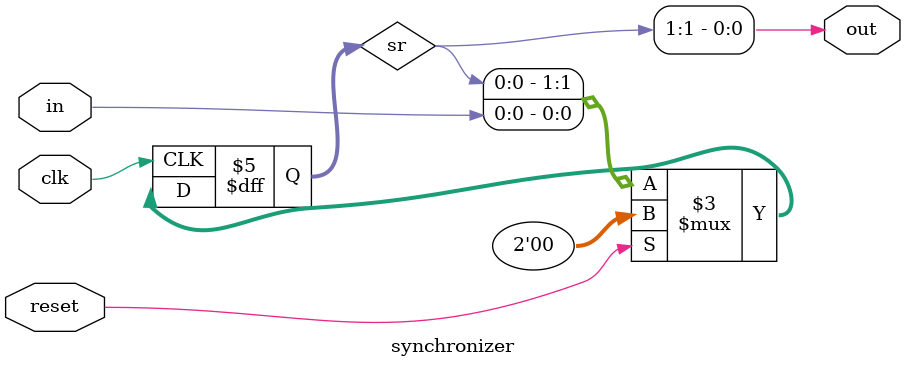
<source format=sv>
module synchronizer 
	#(N=2,
		SYNC_HIGH=0)
	(
	input clk,    // Clock
	input reset,
	input in,
	output out
);

	logic [N-1 : 0] sr;

	always @(posedge clk) begin
		if (reset)
			sr <= SYNC_HIGH ? '1 : '0;
		else
			sr <= {sr, in};
	end

	assign out = sr[N-1];

endmodule
</source>
